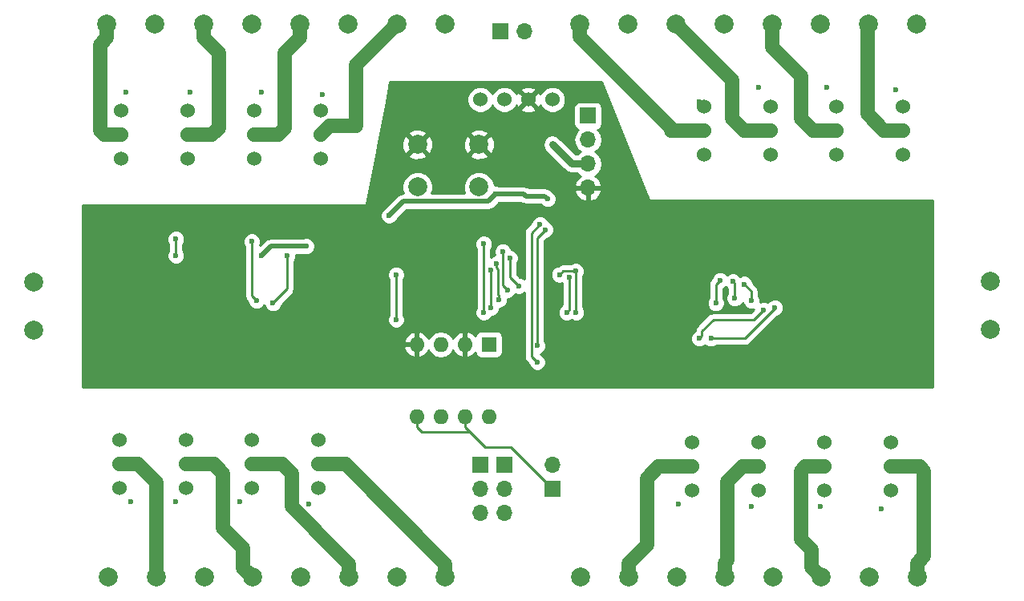
<source format=gbr>
G04 #@! TF.FileFunction,Copper,L4,Bot,Mixed*
%FSLAX46Y46*%
G04 Gerber Fmt 4.6, Leading zero omitted, Abs format (unit mm)*
G04 Created by KiCad (PCBNEW 4.0.2+dfsg1-stable) date Tue 14 Aug 2018 11:21:20 PM MDT*
%MOMM*%
G01*
G04 APERTURE LIST*
%ADD10C,0.100000*%
%ADD11R,1.700000X1.700000*%
%ADD12O,1.700000X1.700000*%
%ADD13C,2.000000*%
%ADD14R,1.600000X1.600000*%
%ADD15O,1.600000X1.600000*%
%ADD16C,1.524000*%
%ADD17C,0.600000*%
%ADD18C,0.750000*%
%ADD19C,0.250000*%
%ADD20C,0.500000*%
%ADD21C,1.500000*%
%ADD22C,0.254000*%
G04 APERTURE END LIST*
D10*
D11*
X126720000Y-123870000D03*
D12*
X126720000Y-126410000D03*
X126720000Y-128950000D03*
D11*
X124180000Y-123870000D03*
D12*
X124180000Y-126410000D03*
X124180000Y-128950000D03*
D11*
X131800000Y-126410000D03*
D12*
X131800000Y-123870000D03*
D13*
X84720000Y-77300000D03*
X89800000Y-77300000D03*
X94920000Y-77300000D03*
X100000000Y-77300000D03*
X105120000Y-77300000D03*
X110200000Y-77300000D03*
X115320000Y-77300000D03*
X120400000Y-77300000D03*
X89960000Y-135720000D03*
X84880000Y-135720000D03*
X100120000Y-135720000D03*
X95040000Y-135720000D03*
X110280000Y-135720000D03*
X105200000Y-135720000D03*
X120440000Y-135720000D03*
X115360000Y-135720000D03*
X134630000Y-77240000D03*
X139710000Y-77240000D03*
X144790000Y-77240000D03*
X149870000Y-77240000D03*
X154950000Y-77240000D03*
X160030000Y-77240000D03*
X165110000Y-77240000D03*
X170190000Y-77240000D03*
X139780000Y-135680000D03*
X134700000Y-135680000D03*
X149940000Y-135680000D03*
X144860000Y-135680000D03*
X160100000Y-135680000D03*
X155020000Y-135680000D03*
X170260000Y-135680000D03*
X165180000Y-135680000D03*
D11*
X126250000Y-78000000D03*
D12*
X128790000Y-78000000D03*
D13*
X117500000Y-94500000D03*
X117500000Y-90000000D03*
X124000000Y-94500000D03*
X124000000Y-90000000D03*
D14*
X125040000Y-111130000D03*
D15*
X117420000Y-118750000D03*
X122500000Y-111130000D03*
X119960000Y-118750000D03*
X119960000Y-111130000D03*
X122500000Y-118750000D03*
X117420000Y-111130000D03*
X125040000Y-118750000D03*
D16*
X124130000Y-85250000D03*
X126670000Y-85250000D03*
X129210000Y-85250000D03*
X131750000Y-85250000D03*
D11*
X135500000Y-86960000D03*
D12*
X135500000Y-89500000D03*
X135500000Y-92040000D03*
X135500000Y-94580000D03*
D16*
X86250000Y-86420000D03*
X86250000Y-88960000D03*
X86250000Y-91500000D03*
X93250000Y-86420000D03*
X93250000Y-88960000D03*
X93250000Y-91500000D03*
X100250000Y-86420000D03*
X100250000Y-88960000D03*
X100250000Y-91500000D03*
X107250000Y-86420000D03*
X107250000Y-88960000D03*
X107250000Y-91500000D03*
X86050000Y-126300000D03*
X86050000Y-123760000D03*
X86050000Y-121220000D03*
X93050000Y-126300000D03*
X93050000Y-123760000D03*
X93050000Y-121220000D03*
X100050000Y-126300000D03*
X100050000Y-123760000D03*
X100050000Y-121220000D03*
X107050000Y-126300000D03*
X107050000Y-123760000D03*
X107050000Y-121220000D03*
X147750000Y-85960000D03*
X147750000Y-88500000D03*
X147750000Y-91040000D03*
X154750000Y-85960000D03*
X154750000Y-88500000D03*
X154750000Y-91040000D03*
X161750000Y-85960000D03*
X161750000Y-88500000D03*
X161750000Y-91040000D03*
X168750000Y-85960000D03*
X168750000Y-88500000D03*
X168750000Y-91040000D03*
X146500000Y-126580000D03*
X146500000Y-124040000D03*
X146500000Y-121500000D03*
X153500000Y-126580000D03*
X153500000Y-124040000D03*
X153500000Y-121500000D03*
X160500000Y-126580000D03*
X160500000Y-124040000D03*
X160500000Y-121500000D03*
X167500000Y-126580000D03*
X167500000Y-124040000D03*
X167500000Y-121500000D03*
D13*
X77000000Y-109580000D03*
X77000000Y-104500000D03*
X178000000Y-104460000D03*
X178000000Y-109540000D03*
D17*
X131750000Y-90000000D03*
X133550000Y-104000000D03*
X133250000Y-107750000D03*
X131250000Y-95750000D03*
X125750000Y-95250000D03*
X114500000Y-97500000D03*
X105750000Y-100750000D03*
X101000000Y-101750000D03*
X156000000Y-109000000D03*
X125750000Y-100000000D03*
X124750000Y-97750000D03*
X90250000Y-115250000D03*
X96750000Y-115250000D03*
X103750000Y-115250000D03*
X110500000Y-115250000D03*
X110000000Y-109000000D03*
X144000000Y-115000000D03*
X150500000Y-115250000D03*
X157750000Y-115250000D03*
X164750000Y-115250000D03*
X165000000Y-97250000D03*
X157750000Y-97250000D03*
X151250000Y-97250000D03*
X144250000Y-97250000D03*
X136000000Y-99750000D03*
X120000000Y-102500000D03*
X110250000Y-97500000D03*
X103250000Y-97500000D03*
X96000000Y-97500000D03*
X89250000Y-97500000D03*
X147250000Y-85460000D03*
X153500000Y-84000000D03*
X160750000Y-84000000D03*
X168000000Y-84250000D03*
X166500000Y-128500000D03*
X160000000Y-128250000D03*
X152750000Y-128250000D03*
X145080000Y-128000000D03*
X106000000Y-128000000D03*
X98750000Y-127750000D03*
X92000000Y-127750000D03*
X87250000Y-127750000D03*
X107500000Y-84750000D03*
X101000000Y-84500000D03*
X93500000Y-84500000D03*
X86750000Y-84500000D03*
X132500000Y-103750000D03*
X134217050Y-103374990D03*
X134250000Y-107750000D03*
X124500000Y-107750000D03*
X124500000Y-100500000D03*
X126500000Y-101300010D03*
X126997187Y-105374990D03*
X152000000Y-104750000D03*
X152750000Y-106500000D03*
X128164357Y-104924979D03*
X127250000Y-102000000D03*
X126106218Y-106374990D03*
X150823563Y-104474968D03*
X151000000Y-106250000D03*
X125874990Y-102600010D03*
X149000000Y-106750000D03*
X149468648Y-104349967D03*
X125250000Y-107275032D03*
X125250000Y-103250010D03*
X154000000Y-107500000D03*
X147250000Y-110500000D03*
X155250000Y-107250000D03*
X148500000Y-110500000D03*
X115250000Y-108500000D03*
X115250000Y-103750000D03*
X92000000Y-100000000D03*
X92000000Y-101750000D03*
X100000000Y-100250000D03*
X100500000Y-106500000D03*
X103750000Y-101750000D03*
X102250000Y-106750000D03*
X130149998Y-111250000D03*
X131000000Y-99000000D03*
X130149962Y-113000000D03*
X130434306Y-98434306D03*
D18*
X135500000Y-92040000D02*
X133790000Y-92040000D01*
X133790000Y-92040000D02*
X131750000Y-90000000D01*
D19*
X133250000Y-107750000D02*
X133550000Y-107450000D01*
X133550000Y-107450000D02*
X133550000Y-104000000D01*
D20*
X128950001Y-95450001D02*
X128750000Y-95250000D01*
X128750000Y-95250000D02*
X125750000Y-95250000D01*
X131250000Y-95750000D02*
X130950001Y-95450001D01*
X130950001Y-95450001D02*
X128950001Y-95450001D01*
X116000000Y-96000000D02*
X125000000Y-96000000D01*
X125000000Y-96000000D02*
X125750000Y-95250000D01*
X114500000Y-97500000D02*
X116000000Y-96000000D01*
X101000000Y-101750000D02*
X102000000Y-100750000D01*
X102000000Y-100750000D02*
X105750000Y-100750000D01*
D19*
X144000000Y-115000000D02*
X144500000Y-115000000D01*
X96000000Y-97500000D02*
X96250000Y-97500000D01*
D21*
X84720000Y-77300000D02*
X84720000Y-78714213D01*
X84720000Y-78714213D02*
X84000000Y-79434213D01*
X84000000Y-79434213D02*
X84000000Y-88500000D01*
X84000000Y-88500000D02*
X84460000Y-88960000D01*
X84460000Y-88960000D02*
X86250000Y-88960000D01*
X96500000Y-88250000D02*
X95790000Y-88960000D01*
X95790000Y-88960000D02*
X93250000Y-88960000D01*
X96500000Y-80294213D02*
X96500000Y-88250000D01*
X94920000Y-77300000D02*
X94920000Y-78714213D01*
X94920000Y-78714213D02*
X96500000Y-80294213D01*
X103500000Y-88250000D02*
X102790000Y-88960000D01*
X102790000Y-88960000D02*
X100250000Y-88960000D01*
X103500000Y-80334213D02*
X103500000Y-88250000D01*
X105120000Y-77300000D02*
X105120000Y-78714213D01*
X105120000Y-78714213D02*
X103500000Y-80334213D01*
X111000000Y-88000000D02*
X108210000Y-88000000D01*
X108210000Y-88000000D02*
X107250000Y-88960000D01*
X111000000Y-81620000D02*
X111000000Y-88000000D01*
X115320000Y-77300000D02*
X111000000Y-81620000D01*
X147750000Y-88500000D02*
X144250000Y-88500000D01*
X144250000Y-88500000D02*
X144250000Y-88274213D01*
X144250000Y-88274213D02*
X134630000Y-78654213D01*
X134630000Y-78654213D02*
X134630000Y-77240000D01*
X144790000Y-77240000D02*
X150750000Y-83200000D01*
X150750000Y-83200000D02*
X150750000Y-87250000D01*
X152000000Y-88500000D02*
X154750000Y-88500000D01*
X150750000Y-87250000D02*
X152000000Y-88500000D01*
X158000000Y-87250000D02*
X159250000Y-88500000D01*
X159250000Y-88500000D02*
X161750000Y-88500000D01*
X158000000Y-82750000D02*
X158000000Y-87250000D01*
X154950000Y-79700000D02*
X158000000Y-82750000D01*
X154950000Y-77240000D02*
X154950000Y-79700000D01*
X165110000Y-77240000D02*
X165000000Y-77350000D01*
X165000000Y-77350000D02*
X165000000Y-86750000D01*
X166750000Y-88500000D02*
X168750000Y-88500000D01*
X165000000Y-86750000D02*
X166750000Y-88500000D01*
D19*
X132500000Y-103750000D02*
X132875010Y-103374990D01*
X132875010Y-103374990D02*
X134217050Y-103374990D01*
X134250000Y-103407940D02*
X134217050Y-103374990D01*
X134250000Y-107750000D02*
X134250000Y-103407940D01*
X124500000Y-100500000D02*
X124500000Y-107750000D01*
X126500000Y-104877803D02*
X126500000Y-101724274D01*
X126997187Y-105374990D02*
X126500000Y-104877803D01*
X126500000Y-101724274D02*
X126500000Y-101300010D01*
X152750000Y-106500000D02*
X152750000Y-105500000D01*
X152750000Y-105500000D02*
X152000000Y-104750000D01*
X127250000Y-104010622D02*
X127864358Y-104624980D01*
X127864358Y-104624980D02*
X128164357Y-104924979D01*
X127250000Y-102000000D02*
X127250000Y-104010622D01*
X126106218Y-105950726D02*
X126106218Y-106374990D01*
X125998348Y-105842856D02*
X126106218Y-105950726D01*
X125874990Y-102600010D02*
X125874990Y-103024274D01*
X125998348Y-103147632D02*
X125998348Y-105842856D01*
X125874990Y-103024274D02*
X125998348Y-103147632D01*
X151000000Y-104651405D02*
X150823563Y-104474968D01*
X151000000Y-106250000D02*
X151000000Y-104651405D01*
X151000000Y-104684526D02*
X151000000Y-106250000D01*
X149000000Y-106325736D02*
X149000000Y-106750000D01*
X149000000Y-104818615D02*
X149000000Y-106325736D01*
X149468648Y-104349967D02*
X149000000Y-104818615D01*
X125250000Y-103250010D02*
X125250000Y-107275032D01*
X148750000Y-108500000D02*
X153000000Y-108500000D01*
X153000000Y-108500000D02*
X154000000Y-107500000D01*
X147549999Y-109700001D02*
X148750000Y-108500000D01*
X147250000Y-110500000D02*
X147549999Y-110200001D01*
X147549999Y-110200001D02*
X147549999Y-109700001D01*
X148500000Y-110500000D02*
X152050012Y-110500000D01*
X152050012Y-110500000D02*
X155250000Y-107300012D01*
X155250000Y-107300012D02*
X155250000Y-107250000D01*
X115250000Y-103750000D02*
X115250000Y-108500000D01*
X122500000Y-119881370D02*
X123000000Y-120381370D01*
X122500000Y-118750000D02*
X122500000Y-119881370D01*
X123000000Y-120381370D02*
X124618630Y-122000000D01*
X127360002Y-122000000D02*
X131770002Y-126410000D01*
X124618630Y-122000000D02*
X127360002Y-122000000D01*
X117420000Y-118750000D02*
X117420000Y-119881370D01*
X117920000Y-120381370D02*
X123000000Y-120381370D01*
X117420000Y-119881370D02*
X117920000Y-120381370D01*
D20*
X131770002Y-126410000D02*
X131800000Y-126410000D01*
D21*
X89960000Y-125710000D02*
X88010000Y-123760000D01*
X88010000Y-123760000D02*
X86050000Y-123760000D01*
X89960000Y-135720000D02*
X89960000Y-125710000D01*
X97000000Y-124750000D02*
X96010000Y-123760000D01*
X96010000Y-123760000D02*
X93050000Y-123760000D01*
X97000000Y-130500000D02*
X97000000Y-124750000D01*
X99120001Y-132620001D02*
X97000000Y-130500000D01*
X100120000Y-135720000D02*
X99120001Y-134720001D01*
X99120001Y-134720001D02*
X99120001Y-132620001D01*
X104250000Y-124750000D02*
X103260000Y-123760000D01*
X103260000Y-123760000D02*
X100050000Y-123760000D01*
X104250000Y-128250000D02*
X104250000Y-124750000D01*
X106724213Y-130724213D02*
X104250000Y-128250000D01*
X106724213Y-130750000D02*
X106724213Y-130724213D01*
X110280000Y-135720000D02*
X110280000Y-134305787D01*
X110280000Y-134305787D02*
X106724213Y-130750000D01*
X120440000Y-135720000D02*
X120440000Y-134305787D01*
X120440000Y-134305787D02*
X109894213Y-123760000D01*
X109894213Y-123760000D02*
X107050000Y-123760000D01*
X141750000Y-125250000D02*
X142960000Y-124040000D01*
X142960000Y-124040000D02*
X146500000Y-124040000D01*
X141750000Y-132295787D02*
X141750000Y-125250000D01*
X139780000Y-135680000D02*
X139780000Y-134265787D01*
X139780000Y-134265787D02*
X141750000Y-132295787D01*
X149940000Y-135680000D02*
X149940000Y-134265787D01*
X149940000Y-134265787D02*
X150250000Y-133955787D01*
X151790000Y-124040000D02*
X153500000Y-124040000D01*
X150250000Y-133955787D02*
X150250000Y-125580000D01*
X150250000Y-125580000D02*
X151790000Y-124040000D01*
X158000000Y-124500000D02*
X158460000Y-124040000D01*
X158460000Y-124040000D02*
X160500000Y-124040000D01*
X158000000Y-131750000D02*
X158000000Y-124500000D01*
X159100001Y-132850001D02*
X158000000Y-131750000D01*
X160100000Y-135680000D02*
X159100001Y-134680001D01*
X159100001Y-134680001D02*
X159100001Y-132850001D01*
X170260000Y-135680000D02*
X170260000Y-134265787D01*
X170260000Y-134265787D02*
X171000000Y-133525787D01*
X171000000Y-133525787D02*
X171000000Y-124500000D01*
X171000000Y-124500000D02*
X170540000Y-124040000D01*
X170540000Y-124040000D02*
X167500000Y-124040000D01*
D19*
X92000000Y-101750000D02*
X92000000Y-100000000D01*
X100500000Y-106500000D02*
X100000000Y-106000000D01*
X100000000Y-106000000D02*
X100000000Y-100250000D01*
X103750000Y-102174264D02*
X103750000Y-101750000D01*
X103750000Y-105250000D02*
X103750000Y-102174264D01*
X102250000Y-106750000D02*
X103750000Y-105250000D01*
X130149998Y-99850002D02*
X130149998Y-111250000D01*
X131000000Y-99000000D02*
X130149998Y-99850002D01*
X129849963Y-112700001D02*
X130149962Y-113000000D01*
X129524996Y-99343616D02*
X129524996Y-112375034D01*
X130434306Y-98434306D02*
X129524996Y-99343616D01*
X129524996Y-112375034D02*
X129849963Y-112700001D01*
D22*
G36*
X141882083Y-95797167D02*
X141909724Y-95839327D01*
X141951590Y-95867411D01*
X142000000Y-95877000D01*
X171873000Y-95877000D01*
X171873000Y-115623000D01*
X82127000Y-115623000D01*
X82127000Y-111479041D01*
X116028086Y-111479041D01*
X116267611Y-111985134D01*
X116682577Y-112361041D01*
X117070961Y-112521904D01*
X117293000Y-112399915D01*
X117293000Y-111257000D01*
X116149371Y-111257000D01*
X116028086Y-111479041D01*
X82127000Y-111479041D01*
X82127000Y-110780959D01*
X116028086Y-110780959D01*
X116149371Y-111003000D01*
X117293000Y-111003000D01*
X117293000Y-109860085D01*
X117547000Y-109860085D01*
X117547000Y-111003000D01*
X117567000Y-111003000D01*
X117567000Y-111257000D01*
X117547000Y-111257000D01*
X117547000Y-112399915D01*
X117769039Y-112521904D01*
X118157423Y-112361041D01*
X118572389Y-111985134D01*
X118675014Y-111768297D01*
X118945302Y-112172811D01*
X119410849Y-112483880D01*
X119960000Y-112593113D01*
X120509151Y-112483880D01*
X120974698Y-112172811D01*
X121244986Y-111768297D01*
X121347611Y-111985134D01*
X121762577Y-112361041D01*
X122150961Y-112521904D01*
X122373000Y-112399915D01*
X122373000Y-111257000D01*
X122353000Y-111257000D01*
X122353000Y-111003000D01*
X122373000Y-111003000D01*
X122373000Y-109860085D01*
X122627000Y-109860085D01*
X122627000Y-111003000D01*
X122647000Y-111003000D01*
X122647000Y-111257000D01*
X122627000Y-111257000D01*
X122627000Y-112399915D01*
X122849039Y-112521904D01*
X123237423Y-112361041D01*
X123610136Y-112023410D01*
X123636838Y-112165317D01*
X123775910Y-112381441D01*
X123988110Y-112526431D01*
X124240000Y-112577440D01*
X125840000Y-112577440D01*
X126075317Y-112533162D01*
X126291441Y-112394090D01*
X126436431Y-112181890D01*
X126487440Y-111930000D01*
X126487440Y-110330000D01*
X126443162Y-110094683D01*
X126304090Y-109878559D01*
X126091890Y-109733569D01*
X125840000Y-109682560D01*
X124240000Y-109682560D01*
X124004683Y-109726838D01*
X123788559Y-109865910D01*
X123643569Y-110078110D01*
X123611268Y-110237616D01*
X123237423Y-109898959D01*
X122849039Y-109738096D01*
X122627000Y-109860085D01*
X122373000Y-109860085D01*
X122150961Y-109738096D01*
X121762577Y-109898959D01*
X121347611Y-110274866D01*
X121244986Y-110491703D01*
X120974698Y-110087189D01*
X120509151Y-109776120D01*
X119960000Y-109666887D01*
X119410849Y-109776120D01*
X118945302Y-110087189D01*
X118675014Y-110491703D01*
X118572389Y-110274866D01*
X118157423Y-109898959D01*
X117769039Y-109738096D01*
X117547000Y-109860085D01*
X117293000Y-109860085D01*
X117070961Y-109738096D01*
X116682577Y-109898959D01*
X116267611Y-110274866D01*
X116028086Y-110780959D01*
X82127000Y-110780959D01*
X82127000Y-100185167D01*
X91064838Y-100185167D01*
X91206883Y-100528943D01*
X91240000Y-100562118D01*
X91240000Y-101187537D01*
X91207808Y-101219673D01*
X91065162Y-101563201D01*
X91064838Y-101935167D01*
X91206883Y-102278943D01*
X91469673Y-102542192D01*
X91813201Y-102684838D01*
X92185167Y-102685162D01*
X92528943Y-102543117D01*
X92792192Y-102280327D01*
X92934838Y-101936799D01*
X92935162Y-101564833D01*
X92793117Y-101221057D01*
X92760000Y-101187882D01*
X92760000Y-100562463D01*
X92792192Y-100530327D01*
X92831706Y-100435167D01*
X99064838Y-100435167D01*
X99206883Y-100778943D01*
X99240000Y-100812118D01*
X99240000Y-106000000D01*
X99297852Y-106290839D01*
X99462599Y-106537401D01*
X99564878Y-106639680D01*
X99564838Y-106685167D01*
X99706883Y-107028943D01*
X99969673Y-107292192D01*
X100313201Y-107434838D01*
X100685167Y-107435162D01*
X101028943Y-107293117D01*
X101292192Y-107030327D01*
X101323251Y-106955529D01*
X101456883Y-107278943D01*
X101719673Y-107542192D01*
X102063201Y-107684838D01*
X102435167Y-107685162D01*
X102778943Y-107543117D01*
X103042192Y-107280327D01*
X103184838Y-106936799D01*
X103184879Y-106889923D01*
X104287401Y-105787401D01*
X104452148Y-105540840D01*
X104510000Y-105250000D01*
X104510000Y-103935167D01*
X114314838Y-103935167D01*
X114456883Y-104278943D01*
X114490000Y-104312118D01*
X114490000Y-107937537D01*
X114457808Y-107969673D01*
X114315162Y-108313201D01*
X114314838Y-108685167D01*
X114456883Y-109028943D01*
X114719673Y-109292192D01*
X115063201Y-109434838D01*
X115435167Y-109435162D01*
X115778943Y-109293117D01*
X116042192Y-109030327D01*
X116184838Y-108686799D01*
X116185162Y-108314833D01*
X116043117Y-107971057D01*
X116010000Y-107937882D01*
X116010000Y-104312463D01*
X116042192Y-104280327D01*
X116184838Y-103936799D01*
X116185162Y-103564833D01*
X116043117Y-103221057D01*
X115780327Y-102957808D01*
X115436799Y-102815162D01*
X115064833Y-102814838D01*
X114721057Y-102956883D01*
X114457808Y-103219673D01*
X114315162Y-103563201D01*
X114314838Y-103935167D01*
X104510000Y-103935167D01*
X104510000Y-102312463D01*
X104542192Y-102280327D01*
X104684838Y-101936799D01*
X104685101Y-101635000D01*
X105443178Y-101635000D01*
X105563201Y-101684838D01*
X105935167Y-101685162D01*
X106278943Y-101543117D01*
X106542192Y-101280327D01*
X106684838Y-100936799D01*
X106685057Y-100685167D01*
X123564838Y-100685167D01*
X123706883Y-101028943D01*
X123740000Y-101062118D01*
X123740000Y-107187537D01*
X123707808Y-107219673D01*
X123565162Y-107563201D01*
X123564838Y-107935167D01*
X123706883Y-108278943D01*
X123969673Y-108542192D01*
X124313201Y-108684838D01*
X124685167Y-108685162D01*
X125028943Y-108543117D01*
X125292192Y-108280327D01*
X125321355Y-108210095D01*
X125435167Y-108210194D01*
X125778943Y-108068149D01*
X126042192Y-107805359D01*
X126184838Y-107461831D01*
X126184970Y-107310059D01*
X126291385Y-107310152D01*
X126635161Y-107168107D01*
X126898410Y-106905317D01*
X127041056Y-106561789D01*
X127041275Y-106310029D01*
X127182354Y-106310152D01*
X127526130Y-106168107D01*
X127789379Y-105905317D01*
X127833168Y-105799861D01*
X127977558Y-105859817D01*
X128349524Y-105860141D01*
X128693300Y-105718096D01*
X128764996Y-105646525D01*
X128764996Y-112375034D01*
X128822848Y-112665873D01*
X128987595Y-112912435D01*
X129214840Y-113139680D01*
X129214800Y-113185167D01*
X129356845Y-113528943D01*
X129619635Y-113792192D01*
X129963163Y-113934838D01*
X130335129Y-113935162D01*
X130678905Y-113793117D01*
X130942154Y-113530327D01*
X131084800Y-113186799D01*
X131085124Y-112814833D01*
X130943079Y-112471057D01*
X130680289Y-112207808D01*
X130480817Y-112124980D01*
X130678941Y-112043117D01*
X130942190Y-111780327D01*
X131084836Y-111436799D01*
X131085160Y-111064833D01*
X130943115Y-110721057D01*
X130909998Y-110687882D01*
X130909998Y-110685167D01*
X146314838Y-110685167D01*
X146456883Y-111028943D01*
X146719673Y-111292192D01*
X147063201Y-111434838D01*
X147435167Y-111435162D01*
X147778943Y-111293117D01*
X147874937Y-111197290D01*
X147969673Y-111292192D01*
X148313201Y-111434838D01*
X148685167Y-111435162D01*
X149028943Y-111293117D01*
X149062118Y-111260000D01*
X152050012Y-111260000D01*
X152340851Y-111202148D01*
X152587413Y-111037401D01*
X155442810Y-108182004D01*
X155778943Y-108043117D01*
X156042192Y-107780327D01*
X156184838Y-107436799D01*
X156185162Y-107064833D01*
X156043117Y-106721057D01*
X155780327Y-106457808D01*
X155436799Y-106315162D01*
X155064833Y-106314838D01*
X154721057Y-106456883D01*
X154487506Y-106690027D01*
X154186799Y-106565162D01*
X153814833Y-106564838D01*
X153684897Y-106618526D01*
X153685162Y-106314833D01*
X153543117Y-105971057D01*
X153510000Y-105937882D01*
X153510000Y-105500000D01*
X153463685Y-105267160D01*
X153452148Y-105209160D01*
X153287401Y-104962599D01*
X152935122Y-104610320D01*
X152935162Y-104564833D01*
X152793117Y-104221057D01*
X152530327Y-103957808D01*
X152186799Y-103815162D01*
X151814833Y-103814838D01*
X151581829Y-103911113D01*
X151353890Y-103682776D01*
X151010362Y-103540130D01*
X150638396Y-103539806D01*
X150294620Y-103681851D01*
X150208577Y-103767744D01*
X149998975Y-103557775D01*
X149655447Y-103415129D01*
X149283481Y-103414805D01*
X148939705Y-103556850D01*
X148676456Y-103819640D01*
X148533810Y-104163168D01*
X148533769Y-104210044D01*
X148462599Y-104281214D01*
X148297852Y-104527776D01*
X148240000Y-104818615D01*
X148240000Y-106187537D01*
X148207808Y-106219673D01*
X148065162Y-106563201D01*
X148064838Y-106935167D01*
X148206883Y-107278943D01*
X148469673Y-107542192D01*
X148813201Y-107684838D01*
X149185167Y-107685162D01*
X149528943Y-107543117D01*
X149792192Y-107280327D01*
X149934838Y-106936799D01*
X149935162Y-106564833D01*
X149793117Y-106221057D01*
X149760000Y-106187882D01*
X149760000Y-105241254D01*
X149997591Y-105143084D01*
X150083634Y-105057191D01*
X150240000Y-105213831D01*
X150240000Y-105687537D01*
X150207808Y-105719673D01*
X150065162Y-106063201D01*
X150064838Y-106435167D01*
X150206883Y-106778943D01*
X150469673Y-107042192D01*
X150813201Y-107184838D01*
X151185167Y-107185162D01*
X151528943Y-107043117D01*
X151792192Y-106780327D01*
X151823251Y-106705529D01*
X151956883Y-107028943D01*
X152219673Y-107292192D01*
X152563201Y-107434838D01*
X152935167Y-107435162D01*
X153028671Y-107396527D01*
X152685198Y-107740000D01*
X148750000Y-107740000D01*
X148459161Y-107797852D01*
X148212599Y-107962599D01*
X147012598Y-109162600D01*
X146847851Y-109409162D01*
X146794681Y-109676462D01*
X146721057Y-109706883D01*
X146457808Y-109969673D01*
X146315162Y-110313201D01*
X146314838Y-110685167D01*
X130909998Y-110685167D01*
X130909998Y-103935167D01*
X131564838Y-103935167D01*
X131706883Y-104278943D01*
X131969673Y-104542192D01*
X132313201Y-104684838D01*
X132685167Y-104685162D01*
X132790000Y-104641846D01*
X132790000Y-106928396D01*
X132721057Y-106956883D01*
X132457808Y-107219673D01*
X132315162Y-107563201D01*
X132314838Y-107935167D01*
X132456883Y-108278943D01*
X132719673Y-108542192D01*
X133063201Y-108684838D01*
X133435167Y-108685162D01*
X133750351Y-108554931D01*
X134063201Y-108684838D01*
X134435167Y-108685162D01*
X134778943Y-108543117D01*
X135042192Y-108280327D01*
X135184838Y-107936799D01*
X135185162Y-107564833D01*
X135043117Y-107221057D01*
X135010000Y-107187882D01*
X135010000Y-103903492D01*
X135151888Y-103561789D01*
X135152212Y-103189823D01*
X135010167Y-102846047D01*
X134747377Y-102582798D01*
X134403849Y-102440152D01*
X134031883Y-102439828D01*
X133688107Y-102581873D01*
X133654932Y-102614990D01*
X132875010Y-102614990D01*
X132584170Y-102672842D01*
X132371584Y-102814887D01*
X132314833Y-102814838D01*
X131971057Y-102956883D01*
X131707808Y-103219673D01*
X131565162Y-103563201D01*
X131564838Y-103935167D01*
X130909998Y-103935167D01*
X130909998Y-100164804D01*
X131139680Y-99935122D01*
X131185167Y-99935162D01*
X131528943Y-99793117D01*
X131792192Y-99530327D01*
X131934838Y-99186799D01*
X131935162Y-98814833D01*
X131793117Y-98471057D01*
X131530327Y-98207808D01*
X131315539Y-98118620D01*
X131227423Y-97905363D01*
X130964633Y-97642114D01*
X130621105Y-97499468D01*
X130249139Y-97499144D01*
X129905363Y-97641189D01*
X129642114Y-97903979D01*
X129499468Y-98247507D01*
X129499427Y-98294383D01*
X128987595Y-98806215D01*
X128822848Y-99052777D01*
X128764996Y-99343616D01*
X128764996Y-104203222D01*
X128694684Y-104132787D01*
X128351156Y-103990141D01*
X128304280Y-103990100D01*
X128010000Y-103695820D01*
X128010000Y-102562463D01*
X128042192Y-102530327D01*
X128184838Y-102186799D01*
X128185162Y-101814833D01*
X128043117Y-101471057D01*
X127780327Y-101207808D01*
X127436799Y-101065162D01*
X127414626Y-101065143D01*
X127293117Y-100771067D01*
X127030327Y-100507818D01*
X126686799Y-100365172D01*
X126314833Y-100364848D01*
X125971057Y-100506893D01*
X125707808Y-100769683D01*
X125565162Y-101113211D01*
X125564838Y-101485177D01*
X125646477Y-101682758D01*
X125346047Y-101806893D01*
X125260000Y-101892790D01*
X125260000Y-101062463D01*
X125292192Y-101030327D01*
X125434838Y-100686799D01*
X125435162Y-100314833D01*
X125293117Y-99971057D01*
X125030327Y-99707808D01*
X124686799Y-99565162D01*
X124314833Y-99564838D01*
X123971057Y-99706883D01*
X123707808Y-99969673D01*
X123565162Y-100313201D01*
X123564838Y-100685167D01*
X106685057Y-100685167D01*
X106685162Y-100564833D01*
X106543117Y-100221057D01*
X106280327Y-99957808D01*
X105936799Y-99815162D01*
X105564833Y-99814838D01*
X105443431Y-99865000D01*
X102000005Y-99865000D01*
X102000000Y-99864999D01*
X101661326Y-99932366D01*
X101616079Y-99962599D01*
X101374210Y-100124210D01*
X101374208Y-100124213D01*
X100844809Y-100653611D01*
X100934838Y-100436799D01*
X100935162Y-100064833D01*
X100793117Y-99721057D01*
X100530327Y-99457808D01*
X100186799Y-99315162D01*
X99814833Y-99314838D01*
X99471057Y-99456883D01*
X99207808Y-99719673D01*
X99065162Y-100063201D01*
X99064838Y-100435167D01*
X92831706Y-100435167D01*
X92934838Y-100186799D01*
X92935162Y-99814833D01*
X92793117Y-99471057D01*
X92530327Y-99207808D01*
X92186799Y-99065162D01*
X91814833Y-99064838D01*
X91471057Y-99206883D01*
X91207808Y-99469673D01*
X91065162Y-99813201D01*
X91064838Y-100185167D01*
X82127000Y-100185167D01*
X82127000Y-97685167D01*
X113564838Y-97685167D01*
X113706883Y-98028943D01*
X113969673Y-98292192D01*
X114313201Y-98434838D01*
X114685167Y-98435162D01*
X115028943Y-98293117D01*
X115292192Y-98030327D01*
X115342566Y-97909014D01*
X116366579Y-96885000D01*
X124999995Y-96885000D01*
X125000000Y-96885001D01*
X125282484Y-96828810D01*
X125338675Y-96817633D01*
X125625790Y-96625790D01*
X126116579Y-96135000D01*
X128412824Y-96135000D01*
X128611326Y-96267634D01*
X128950001Y-96335002D01*
X128950006Y-96335001D01*
X130512843Y-96335001D01*
X130719673Y-96542192D01*
X131063201Y-96684838D01*
X131435167Y-96685162D01*
X131778943Y-96543117D01*
X132042192Y-96280327D01*
X132184838Y-95936799D01*
X132185162Y-95564833D01*
X132043117Y-95221057D01*
X131780327Y-94957808D01*
X131729952Y-94936890D01*
X134058524Y-94936890D01*
X134228355Y-95346924D01*
X134618642Y-95775183D01*
X135143108Y-96021486D01*
X135373000Y-95900819D01*
X135373000Y-94707000D01*
X135627000Y-94707000D01*
X135627000Y-95900819D01*
X135856892Y-96021486D01*
X136381358Y-95775183D01*
X136771645Y-95346924D01*
X136941476Y-94936890D01*
X136820155Y-94707000D01*
X135627000Y-94707000D01*
X135373000Y-94707000D01*
X134179845Y-94707000D01*
X134058524Y-94936890D01*
X131729952Y-94936890D01*
X131659014Y-94907434D01*
X131575791Y-94824211D01*
X131421409Y-94721057D01*
X131288676Y-94632368D01*
X131232485Y-94621191D01*
X130950001Y-94565000D01*
X130949996Y-94565001D01*
X129287177Y-94565001D01*
X129126750Y-94457808D01*
X129088675Y-94432367D01*
X129032484Y-94421190D01*
X128750000Y-94364999D01*
X128749995Y-94365000D01*
X126056822Y-94365000D01*
X125936799Y-94315162D01*
X125635163Y-94314899D01*
X125635284Y-94176205D01*
X125386894Y-93575057D01*
X124927363Y-93114722D01*
X124326648Y-92865284D01*
X123676205Y-92864716D01*
X123075057Y-93113106D01*
X122614722Y-93572637D01*
X122365284Y-94173352D01*
X122364716Y-94823795D01*
X122485040Y-95115000D01*
X119014982Y-95115000D01*
X119134716Y-94826648D01*
X119135284Y-94176205D01*
X118886894Y-93575057D01*
X118427363Y-93114722D01*
X117826648Y-92865284D01*
X117176205Y-92864716D01*
X116575057Y-93113106D01*
X116114722Y-93572637D01*
X115865284Y-94173352D01*
X115864716Y-94823795D01*
X115986176Y-95117750D01*
X115661325Y-95182367D01*
X115374210Y-95374210D01*
X115374208Y-95374213D01*
X114091164Y-96657256D01*
X113971057Y-96706883D01*
X113707808Y-96969673D01*
X113565162Y-97313201D01*
X113564838Y-97685167D01*
X82127000Y-97685167D01*
X82127000Y-96377000D01*
X112000000Y-96377000D01*
X112049410Y-96366994D01*
X112091035Y-96338553D01*
X112124715Y-96273984D01*
X113109609Y-91152532D01*
X116527073Y-91152532D01*
X116625736Y-91419387D01*
X117235461Y-91645908D01*
X117885460Y-91621856D01*
X118374264Y-91419387D01*
X118472927Y-91152532D01*
X123027073Y-91152532D01*
X123125736Y-91419387D01*
X123735461Y-91645908D01*
X124385460Y-91621856D01*
X124874264Y-91419387D01*
X124972927Y-91152532D01*
X124000000Y-90179605D01*
X123027073Y-91152532D01*
X118472927Y-91152532D01*
X117500000Y-90179605D01*
X116527073Y-91152532D01*
X113109609Y-91152532D01*
X113382123Y-89735461D01*
X115854092Y-89735461D01*
X115878144Y-90385460D01*
X116080613Y-90874264D01*
X116347468Y-90972927D01*
X117320395Y-90000000D01*
X117679605Y-90000000D01*
X118652532Y-90972927D01*
X118919387Y-90874264D01*
X119145908Y-90264539D01*
X119126331Y-89735461D01*
X122354092Y-89735461D01*
X122378144Y-90385460D01*
X122580613Y-90874264D01*
X122847468Y-90972927D01*
X123820395Y-90000000D01*
X124179605Y-90000000D01*
X125152532Y-90972927D01*
X125419387Y-90874264D01*
X125645908Y-90264539D01*
X125636120Y-90000000D01*
X130740000Y-90000000D01*
X130816882Y-90386510D01*
X131035822Y-90714178D01*
X133075822Y-92754178D01*
X133403490Y-92973118D01*
X133790000Y-93050000D01*
X134394090Y-93050000D01*
X134420853Y-93090054D01*
X134761553Y-93317702D01*
X134618642Y-93384817D01*
X134228355Y-93813076D01*
X134058524Y-94223110D01*
X134179845Y-94453000D01*
X135373000Y-94453000D01*
X135373000Y-94433000D01*
X135627000Y-94433000D01*
X135627000Y-94453000D01*
X136820155Y-94453000D01*
X136941476Y-94223110D01*
X136771645Y-93813076D01*
X136381358Y-93384817D01*
X136238447Y-93317702D01*
X136579147Y-93090054D01*
X136901054Y-92608285D01*
X137014093Y-92040000D01*
X136901054Y-91471715D01*
X136579147Y-90989946D01*
X136249974Y-90770000D01*
X136579147Y-90550054D01*
X136901054Y-90068285D01*
X137014093Y-89500000D01*
X136901054Y-88931715D01*
X136579147Y-88449946D01*
X136537548Y-88422150D01*
X136585317Y-88413162D01*
X136801441Y-88274090D01*
X136946431Y-88061890D01*
X136997440Y-87810000D01*
X136997440Y-86110000D01*
X136953162Y-85874683D01*
X136814090Y-85658559D01*
X136601890Y-85513569D01*
X136350000Y-85462560D01*
X134650000Y-85462560D01*
X134414683Y-85506838D01*
X134198559Y-85645910D01*
X134053569Y-85858110D01*
X134002560Y-86110000D01*
X134002560Y-87810000D01*
X134046838Y-88045317D01*
X134185910Y-88261441D01*
X134398110Y-88406431D01*
X134465541Y-88420086D01*
X134420853Y-88449946D01*
X134098946Y-88931715D01*
X133985907Y-89500000D01*
X134098946Y-90068285D01*
X134420853Y-90550054D01*
X134750026Y-90770000D01*
X134420853Y-90989946D01*
X134394090Y-91030000D01*
X134208356Y-91030000D01*
X132464178Y-89285822D01*
X132136510Y-89066882D01*
X131750000Y-88990000D01*
X131363490Y-89066882D01*
X131035822Y-89285822D01*
X130816882Y-89613490D01*
X130740000Y-90000000D01*
X125636120Y-90000000D01*
X125621856Y-89614540D01*
X125419387Y-89125736D01*
X125152532Y-89027073D01*
X124179605Y-90000000D01*
X123820395Y-90000000D01*
X122847468Y-89027073D01*
X122580613Y-89125736D01*
X122354092Y-89735461D01*
X119126331Y-89735461D01*
X119121856Y-89614540D01*
X118919387Y-89125736D01*
X118652532Y-89027073D01*
X117679605Y-90000000D01*
X117320395Y-90000000D01*
X116347468Y-89027073D01*
X116080613Y-89125736D01*
X115854092Y-89735461D01*
X113382123Y-89735461D01*
X113552890Y-88847468D01*
X116527073Y-88847468D01*
X117500000Y-89820395D01*
X118472927Y-88847468D01*
X123027073Y-88847468D01*
X124000000Y-89820395D01*
X124972927Y-88847468D01*
X124874264Y-88580613D01*
X124264539Y-88354092D01*
X123614540Y-88378144D01*
X123125736Y-88580613D01*
X123027073Y-88847468D01*
X118472927Y-88847468D01*
X118374264Y-88580613D01*
X117764539Y-88354092D01*
X117114540Y-88378144D01*
X116625736Y-88580613D01*
X116527073Y-88847468D01*
X113552890Y-88847468D01*
X114191507Y-85526661D01*
X122732758Y-85526661D01*
X122944990Y-86040303D01*
X123337630Y-86433629D01*
X123850900Y-86646757D01*
X124406661Y-86647242D01*
X124920303Y-86435010D01*
X125313629Y-86042370D01*
X125399949Y-85834488D01*
X125484990Y-86040303D01*
X125877630Y-86433629D01*
X126390900Y-86646757D01*
X126946661Y-86647242D01*
X127460303Y-86435010D01*
X127665457Y-86230213D01*
X128409392Y-86230213D01*
X128478857Y-86472397D01*
X129002302Y-86659144D01*
X129557368Y-86631362D01*
X129941143Y-86472397D01*
X130010608Y-86230213D01*
X129210000Y-85429605D01*
X128409392Y-86230213D01*
X127665457Y-86230213D01*
X127853629Y-86042370D01*
X127933395Y-85850273D01*
X127987603Y-85981143D01*
X128229787Y-86050608D01*
X129030395Y-85250000D01*
X129389605Y-85250000D01*
X130190213Y-86050608D01*
X130432397Y-85981143D01*
X130482509Y-85840682D01*
X130564990Y-86040303D01*
X130957630Y-86433629D01*
X131470900Y-86646757D01*
X132026661Y-86647242D01*
X132540303Y-86435010D01*
X132933629Y-86042370D01*
X133146757Y-85529100D01*
X133147242Y-84973339D01*
X132935010Y-84459697D01*
X132542370Y-84066371D01*
X132029100Y-83853243D01*
X131473339Y-83852758D01*
X130959697Y-84064990D01*
X130566371Y-84457630D01*
X130486605Y-84649727D01*
X130432397Y-84518857D01*
X130190213Y-84449392D01*
X129389605Y-85250000D01*
X129030395Y-85250000D01*
X128229787Y-84449392D01*
X127987603Y-84518857D01*
X127937491Y-84659318D01*
X127855010Y-84459697D01*
X127665432Y-84269787D01*
X128409392Y-84269787D01*
X129210000Y-85070395D01*
X130010608Y-84269787D01*
X129941143Y-84027603D01*
X129417698Y-83840856D01*
X128862632Y-83868638D01*
X128478857Y-84027603D01*
X128409392Y-84269787D01*
X127665432Y-84269787D01*
X127462370Y-84066371D01*
X126949100Y-83853243D01*
X126393339Y-83852758D01*
X125879697Y-84064990D01*
X125486371Y-84457630D01*
X125400051Y-84665512D01*
X125315010Y-84459697D01*
X124922370Y-84066371D01*
X124409100Y-83853243D01*
X123853339Y-83852758D01*
X123339697Y-84064990D01*
X122946371Y-84457630D01*
X122733243Y-84970900D01*
X122732758Y-85526661D01*
X114191507Y-85526661D01*
X114604904Y-83377000D01*
X136914016Y-83377000D01*
X141882083Y-95797167D01*
X141882083Y-95797167D01*
G37*
X141882083Y-95797167D02*
X141909724Y-95839327D01*
X141951590Y-95867411D01*
X142000000Y-95877000D01*
X171873000Y-95877000D01*
X171873000Y-115623000D01*
X82127000Y-115623000D01*
X82127000Y-111479041D01*
X116028086Y-111479041D01*
X116267611Y-111985134D01*
X116682577Y-112361041D01*
X117070961Y-112521904D01*
X117293000Y-112399915D01*
X117293000Y-111257000D01*
X116149371Y-111257000D01*
X116028086Y-111479041D01*
X82127000Y-111479041D01*
X82127000Y-110780959D01*
X116028086Y-110780959D01*
X116149371Y-111003000D01*
X117293000Y-111003000D01*
X117293000Y-109860085D01*
X117547000Y-109860085D01*
X117547000Y-111003000D01*
X117567000Y-111003000D01*
X117567000Y-111257000D01*
X117547000Y-111257000D01*
X117547000Y-112399915D01*
X117769039Y-112521904D01*
X118157423Y-112361041D01*
X118572389Y-111985134D01*
X118675014Y-111768297D01*
X118945302Y-112172811D01*
X119410849Y-112483880D01*
X119960000Y-112593113D01*
X120509151Y-112483880D01*
X120974698Y-112172811D01*
X121244986Y-111768297D01*
X121347611Y-111985134D01*
X121762577Y-112361041D01*
X122150961Y-112521904D01*
X122373000Y-112399915D01*
X122373000Y-111257000D01*
X122353000Y-111257000D01*
X122353000Y-111003000D01*
X122373000Y-111003000D01*
X122373000Y-109860085D01*
X122627000Y-109860085D01*
X122627000Y-111003000D01*
X122647000Y-111003000D01*
X122647000Y-111257000D01*
X122627000Y-111257000D01*
X122627000Y-112399915D01*
X122849039Y-112521904D01*
X123237423Y-112361041D01*
X123610136Y-112023410D01*
X123636838Y-112165317D01*
X123775910Y-112381441D01*
X123988110Y-112526431D01*
X124240000Y-112577440D01*
X125840000Y-112577440D01*
X126075317Y-112533162D01*
X126291441Y-112394090D01*
X126436431Y-112181890D01*
X126487440Y-111930000D01*
X126487440Y-110330000D01*
X126443162Y-110094683D01*
X126304090Y-109878559D01*
X126091890Y-109733569D01*
X125840000Y-109682560D01*
X124240000Y-109682560D01*
X124004683Y-109726838D01*
X123788559Y-109865910D01*
X123643569Y-110078110D01*
X123611268Y-110237616D01*
X123237423Y-109898959D01*
X122849039Y-109738096D01*
X122627000Y-109860085D01*
X122373000Y-109860085D01*
X122150961Y-109738096D01*
X121762577Y-109898959D01*
X121347611Y-110274866D01*
X121244986Y-110491703D01*
X120974698Y-110087189D01*
X120509151Y-109776120D01*
X119960000Y-109666887D01*
X119410849Y-109776120D01*
X118945302Y-110087189D01*
X118675014Y-110491703D01*
X118572389Y-110274866D01*
X118157423Y-109898959D01*
X117769039Y-109738096D01*
X117547000Y-109860085D01*
X117293000Y-109860085D01*
X117070961Y-109738096D01*
X116682577Y-109898959D01*
X116267611Y-110274866D01*
X116028086Y-110780959D01*
X82127000Y-110780959D01*
X82127000Y-100185167D01*
X91064838Y-100185167D01*
X91206883Y-100528943D01*
X91240000Y-100562118D01*
X91240000Y-101187537D01*
X91207808Y-101219673D01*
X91065162Y-101563201D01*
X91064838Y-101935167D01*
X91206883Y-102278943D01*
X91469673Y-102542192D01*
X91813201Y-102684838D01*
X92185167Y-102685162D01*
X92528943Y-102543117D01*
X92792192Y-102280327D01*
X92934838Y-101936799D01*
X92935162Y-101564833D01*
X92793117Y-101221057D01*
X92760000Y-101187882D01*
X92760000Y-100562463D01*
X92792192Y-100530327D01*
X92831706Y-100435167D01*
X99064838Y-100435167D01*
X99206883Y-100778943D01*
X99240000Y-100812118D01*
X99240000Y-106000000D01*
X99297852Y-106290839D01*
X99462599Y-106537401D01*
X99564878Y-106639680D01*
X99564838Y-106685167D01*
X99706883Y-107028943D01*
X99969673Y-107292192D01*
X100313201Y-107434838D01*
X100685167Y-107435162D01*
X101028943Y-107293117D01*
X101292192Y-107030327D01*
X101323251Y-106955529D01*
X101456883Y-107278943D01*
X101719673Y-107542192D01*
X102063201Y-107684838D01*
X102435167Y-107685162D01*
X102778943Y-107543117D01*
X103042192Y-107280327D01*
X103184838Y-106936799D01*
X103184879Y-106889923D01*
X104287401Y-105787401D01*
X104452148Y-105540840D01*
X104510000Y-105250000D01*
X104510000Y-103935167D01*
X114314838Y-103935167D01*
X114456883Y-104278943D01*
X114490000Y-104312118D01*
X114490000Y-107937537D01*
X114457808Y-107969673D01*
X114315162Y-108313201D01*
X114314838Y-108685167D01*
X114456883Y-109028943D01*
X114719673Y-109292192D01*
X115063201Y-109434838D01*
X115435167Y-109435162D01*
X115778943Y-109293117D01*
X116042192Y-109030327D01*
X116184838Y-108686799D01*
X116185162Y-108314833D01*
X116043117Y-107971057D01*
X116010000Y-107937882D01*
X116010000Y-104312463D01*
X116042192Y-104280327D01*
X116184838Y-103936799D01*
X116185162Y-103564833D01*
X116043117Y-103221057D01*
X115780327Y-102957808D01*
X115436799Y-102815162D01*
X115064833Y-102814838D01*
X114721057Y-102956883D01*
X114457808Y-103219673D01*
X114315162Y-103563201D01*
X114314838Y-103935167D01*
X104510000Y-103935167D01*
X104510000Y-102312463D01*
X104542192Y-102280327D01*
X104684838Y-101936799D01*
X104685101Y-101635000D01*
X105443178Y-101635000D01*
X105563201Y-101684838D01*
X105935167Y-101685162D01*
X106278943Y-101543117D01*
X106542192Y-101280327D01*
X106684838Y-100936799D01*
X106685057Y-100685167D01*
X123564838Y-100685167D01*
X123706883Y-101028943D01*
X123740000Y-101062118D01*
X123740000Y-107187537D01*
X123707808Y-107219673D01*
X123565162Y-107563201D01*
X123564838Y-107935167D01*
X123706883Y-108278943D01*
X123969673Y-108542192D01*
X124313201Y-108684838D01*
X124685167Y-108685162D01*
X125028943Y-108543117D01*
X125292192Y-108280327D01*
X125321355Y-108210095D01*
X125435167Y-108210194D01*
X125778943Y-108068149D01*
X126042192Y-107805359D01*
X126184838Y-107461831D01*
X126184970Y-107310059D01*
X126291385Y-107310152D01*
X126635161Y-107168107D01*
X126898410Y-106905317D01*
X127041056Y-106561789D01*
X127041275Y-106310029D01*
X127182354Y-106310152D01*
X127526130Y-106168107D01*
X127789379Y-105905317D01*
X127833168Y-105799861D01*
X127977558Y-105859817D01*
X128349524Y-105860141D01*
X128693300Y-105718096D01*
X128764996Y-105646525D01*
X128764996Y-112375034D01*
X128822848Y-112665873D01*
X128987595Y-112912435D01*
X129214840Y-113139680D01*
X129214800Y-113185167D01*
X129356845Y-113528943D01*
X129619635Y-113792192D01*
X129963163Y-113934838D01*
X130335129Y-113935162D01*
X130678905Y-113793117D01*
X130942154Y-113530327D01*
X131084800Y-113186799D01*
X131085124Y-112814833D01*
X130943079Y-112471057D01*
X130680289Y-112207808D01*
X130480817Y-112124980D01*
X130678941Y-112043117D01*
X130942190Y-111780327D01*
X131084836Y-111436799D01*
X131085160Y-111064833D01*
X130943115Y-110721057D01*
X130909998Y-110687882D01*
X130909998Y-110685167D01*
X146314838Y-110685167D01*
X146456883Y-111028943D01*
X146719673Y-111292192D01*
X147063201Y-111434838D01*
X147435167Y-111435162D01*
X147778943Y-111293117D01*
X147874937Y-111197290D01*
X147969673Y-111292192D01*
X148313201Y-111434838D01*
X148685167Y-111435162D01*
X149028943Y-111293117D01*
X149062118Y-111260000D01*
X152050012Y-111260000D01*
X152340851Y-111202148D01*
X152587413Y-111037401D01*
X155442810Y-108182004D01*
X155778943Y-108043117D01*
X156042192Y-107780327D01*
X156184838Y-107436799D01*
X156185162Y-107064833D01*
X156043117Y-106721057D01*
X155780327Y-106457808D01*
X155436799Y-106315162D01*
X155064833Y-106314838D01*
X154721057Y-106456883D01*
X154487506Y-106690027D01*
X154186799Y-106565162D01*
X153814833Y-106564838D01*
X153684897Y-106618526D01*
X153685162Y-106314833D01*
X153543117Y-105971057D01*
X153510000Y-105937882D01*
X153510000Y-105500000D01*
X153463685Y-105267160D01*
X153452148Y-105209160D01*
X153287401Y-104962599D01*
X152935122Y-104610320D01*
X152935162Y-104564833D01*
X152793117Y-104221057D01*
X152530327Y-103957808D01*
X152186799Y-103815162D01*
X151814833Y-103814838D01*
X151581829Y-103911113D01*
X151353890Y-103682776D01*
X151010362Y-103540130D01*
X150638396Y-103539806D01*
X150294620Y-103681851D01*
X150208577Y-103767744D01*
X149998975Y-103557775D01*
X149655447Y-103415129D01*
X149283481Y-103414805D01*
X148939705Y-103556850D01*
X148676456Y-103819640D01*
X148533810Y-104163168D01*
X148533769Y-104210044D01*
X148462599Y-104281214D01*
X148297852Y-104527776D01*
X148240000Y-104818615D01*
X148240000Y-106187537D01*
X148207808Y-106219673D01*
X148065162Y-106563201D01*
X148064838Y-106935167D01*
X148206883Y-107278943D01*
X148469673Y-107542192D01*
X148813201Y-107684838D01*
X149185167Y-107685162D01*
X149528943Y-107543117D01*
X149792192Y-107280327D01*
X149934838Y-106936799D01*
X149935162Y-106564833D01*
X149793117Y-106221057D01*
X149760000Y-106187882D01*
X149760000Y-105241254D01*
X149997591Y-105143084D01*
X150083634Y-105057191D01*
X150240000Y-105213831D01*
X150240000Y-105687537D01*
X150207808Y-105719673D01*
X150065162Y-106063201D01*
X150064838Y-106435167D01*
X150206883Y-106778943D01*
X150469673Y-107042192D01*
X150813201Y-107184838D01*
X151185167Y-107185162D01*
X151528943Y-107043117D01*
X151792192Y-106780327D01*
X151823251Y-106705529D01*
X151956883Y-107028943D01*
X152219673Y-107292192D01*
X152563201Y-107434838D01*
X152935167Y-107435162D01*
X153028671Y-107396527D01*
X152685198Y-107740000D01*
X148750000Y-107740000D01*
X148459161Y-107797852D01*
X148212599Y-107962599D01*
X147012598Y-109162600D01*
X146847851Y-109409162D01*
X146794681Y-109676462D01*
X146721057Y-109706883D01*
X146457808Y-109969673D01*
X146315162Y-110313201D01*
X146314838Y-110685167D01*
X130909998Y-110685167D01*
X130909998Y-103935167D01*
X131564838Y-103935167D01*
X131706883Y-104278943D01*
X131969673Y-104542192D01*
X132313201Y-104684838D01*
X132685167Y-104685162D01*
X132790000Y-104641846D01*
X132790000Y-106928396D01*
X132721057Y-106956883D01*
X132457808Y-107219673D01*
X132315162Y-107563201D01*
X132314838Y-107935167D01*
X132456883Y-108278943D01*
X132719673Y-108542192D01*
X133063201Y-108684838D01*
X133435167Y-108685162D01*
X133750351Y-108554931D01*
X134063201Y-108684838D01*
X134435167Y-108685162D01*
X134778943Y-108543117D01*
X135042192Y-108280327D01*
X135184838Y-107936799D01*
X135185162Y-107564833D01*
X135043117Y-107221057D01*
X135010000Y-107187882D01*
X135010000Y-103903492D01*
X135151888Y-103561789D01*
X135152212Y-103189823D01*
X135010167Y-102846047D01*
X134747377Y-102582798D01*
X134403849Y-102440152D01*
X134031883Y-102439828D01*
X133688107Y-102581873D01*
X133654932Y-102614990D01*
X132875010Y-102614990D01*
X132584170Y-102672842D01*
X132371584Y-102814887D01*
X132314833Y-102814838D01*
X131971057Y-102956883D01*
X131707808Y-103219673D01*
X131565162Y-103563201D01*
X131564838Y-103935167D01*
X130909998Y-103935167D01*
X130909998Y-100164804D01*
X131139680Y-99935122D01*
X131185167Y-99935162D01*
X131528943Y-99793117D01*
X131792192Y-99530327D01*
X131934838Y-99186799D01*
X131935162Y-98814833D01*
X131793117Y-98471057D01*
X131530327Y-98207808D01*
X131315539Y-98118620D01*
X131227423Y-97905363D01*
X130964633Y-97642114D01*
X130621105Y-97499468D01*
X130249139Y-97499144D01*
X129905363Y-97641189D01*
X129642114Y-97903979D01*
X129499468Y-98247507D01*
X129499427Y-98294383D01*
X128987595Y-98806215D01*
X128822848Y-99052777D01*
X128764996Y-99343616D01*
X128764996Y-104203222D01*
X128694684Y-104132787D01*
X128351156Y-103990141D01*
X128304280Y-103990100D01*
X128010000Y-103695820D01*
X128010000Y-102562463D01*
X128042192Y-102530327D01*
X128184838Y-102186799D01*
X128185162Y-101814833D01*
X128043117Y-101471057D01*
X127780327Y-101207808D01*
X127436799Y-101065162D01*
X127414626Y-101065143D01*
X127293117Y-100771067D01*
X127030327Y-100507818D01*
X126686799Y-100365172D01*
X126314833Y-100364848D01*
X125971057Y-100506893D01*
X125707808Y-100769683D01*
X125565162Y-101113211D01*
X125564838Y-101485177D01*
X125646477Y-101682758D01*
X125346047Y-101806893D01*
X125260000Y-101892790D01*
X125260000Y-101062463D01*
X125292192Y-101030327D01*
X125434838Y-100686799D01*
X125435162Y-100314833D01*
X125293117Y-99971057D01*
X125030327Y-99707808D01*
X124686799Y-99565162D01*
X124314833Y-99564838D01*
X123971057Y-99706883D01*
X123707808Y-99969673D01*
X123565162Y-100313201D01*
X123564838Y-100685167D01*
X106685057Y-100685167D01*
X106685162Y-100564833D01*
X106543117Y-100221057D01*
X106280327Y-99957808D01*
X105936799Y-99815162D01*
X105564833Y-99814838D01*
X105443431Y-99865000D01*
X102000005Y-99865000D01*
X102000000Y-99864999D01*
X101661326Y-99932366D01*
X101616079Y-99962599D01*
X101374210Y-100124210D01*
X101374208Y-100124213D01*
X100844809Y-100653611D01*
X100934838Y-100436799D01*
X100935162Y-100064833D01*
X100793117Y-99721057D01*
X100530327Y-99457808D01*
X100186799Y-99315162D01*
X99814833Y-99314838D01*
X99471057Y-99456883D01*
X99207808Y-99719673D01*
X99065162Y-100063201D01*
X99064838Y-100435167D01*
X92831706Y-100435167D01*
X92934838Y-100186799D01*
X92935162Y-99814833D01*
X92793117Y-99471057D01*
X92530327Y-99207808D01*
X92186799Y-99065162D01*
X91814833Y-99064838D01*
X91471057Y-99206883D01*
X91207808Y-99469673D01*
X91065162Y-99813201D01*
X91064838Y-100185167D01*
X82127000Y-100185167D01*
X82127000Y-97685167D01*
X113564838Y-97685167D01*
X113706883Y-98028943D01*
X113969673Y-98292192D01*
X114313201Y-98434838D01*
X114685167Y-98435162D01*
X115028943Y-98293117D01*
X115292192Y-98030327D01*
X115342566Y-97909014D01*
X116366579Y-96885000D01*
X124999995Y-96885000D01*
X125000000Y-96885001D01*
X125282484Y-96828810D01*
X125338675Y-96817633D01*
X125625790Y-96625790D01*
X126116579Y-96135000D01*
X128412824Y-96135000D01*
X128611326Y-96267634D01*
X128950001Y-96335002D01*
X128950006Y-96335001D01*
X130512843Y-96335001D01*
X130719673Y-96542192D01*
X131063201Y-96684838D01*
X131435167Y-96685162D01*
X131778943Y-96543117D01*
X132042192Y-96280327D01*
X132184838Y-95936799D01*
X132185162Y-95564833D01*
X132043117Y-95221057D01*
X131780327Y-94957808D01*
X131729952Y-94936890D01*
X134058524Y-94936890D01*
X134228355Y-95346924D01*
X134618642Y-95775183D01*
X135143108Y-96021486D01*
X135373000Y-95900819D01*
X135373000Y-94707000D01*
X135627000Y-94707000D01*
X135627000Y-95900819D01*
X135856892Y-96021486D01*
X136381358Y-95775183D01*
X136771645Y-95346924D01*
X136941476Y-94936890D01*
X136820155Y-94707000D01*
X135627000Y-94707000D01*
X135373000Y-94707000D01*
X134179845Y-94707000D01*
X134058524Y-94936890D01*
X131729952Y-94936890D01*
X131659014Y-94907434D01*
X131575791Y-94824211D01*
X131421409Y-94721057D01*
X131288676Y-94632368D01*
X131232485Y-94621191D01*
X130950001Y-94565000D01*
X130949996Y-94565001D01*
X129287177Y-94565001D01*
X129126750Y-94457808D01*
X129088675Y-94432367D01*
X129032484Y-94421190D01*
X128750000Y-94364999D01*
X128749995Y-94365000D01*
X126056822Y-94365000D01*
X125936799Y-94315162D01*
X125635163Y-94314899D01*
X125635284Y-94176205D01*
X125386894Y-93575057D01*
X124927363Y-93114722D01*
X124326648Y-92865284D01*
X123676205Y-92864716D01*
X123075057Y-93113106D01*
X122614722Y-93572637D01*
X122365284Y-94173352D01*
X122364716Y-94823795D01*
X122485040Y-95115000D01*
X119014982Y-95115000D01*
X119134716Y-94826648D01*
X119135284Y-94176205D01*
X118886894Y-93575057D01*
X118427363Y-93114722D01*
X117826648Y-92865284D01*
X117176205Y-92864716D01*
X116575057Y-93113106D01*
X116114722Y-93572637D01*
X115865284Y-94173352D01*
X115864716Y-94823795D01*
X115986176Y-95117750D01*
X115661325Y-95182367D01*
X115374210Y-95374210D01*
X115374208Y-95374213D01*
X114091164Y-96657256D01*
X113971057Y-96706883D01*
X113707808Y-96969673D01*
X113565162Y-97313201D01*
X113564838Y-97685167D01*
X82127000Y-97685167D01*
X82127000Y-96377000D01*
X112000000Y-96377000D01*
X112049410Y-96366994D01*
X112091035Y-96338553D01*
X112124715Y-96273984D01*
X113109609Y-91152532D01*
X116527073Y-91152532D01*
X116625736Y-91419387D01*
X117235461Y-91645908D01*
X117885460Y-91621856D01*
X118374264Y-91419387D01*
X118472927Y-91152532D01*
X123027073Y-91152532D01*
X123125736Y-91419387D01*
X123735461Y-91645908D01*
X124385460Y-91621856D01*
X124874264Y-91419387D01*
X124972927Y-91152532D01*
X124000000Y-90179605D01*
X123027073Y-91152532D01*
X118472927Y-91152532D01*
X117500000Y-90179605D01*
X116527073Y-91152532D01*
X113109609Y-91152532D01*
X113382123Y-89735461D01*
X115854092Y-89735461D01*
X115878144Y-90385460D01*
X116080613Y-90874264D01*
X116347468Y-90972927D01*
X117320395Y-90000000D01*
X117679605Y-90000000D01*
X118652532Y-90972927D01*
X118919387Y-90874264D01*
X119145908Y-90264539D01*
X119126331Y-89735461D01*
X122354092Y-89735461D01*
X122378144Y-90385460D01*
X122580613Y-90874264D01*
X122847468Y-90972927D01*
X123820395Y-90000000D01*
X124179605Y-90000000D01*
X125152532Y-90972927D01*
X125419387Y-90874264D01*
X125645908Y-90264539D01*
X125636120Y-90000000D01*
X130740000Y-90000000D01*
X130816882Y-90386510D01*
X131035822Y-90714178D01*
X133075822Y-92754178D01*
X133403490Y-92973118D01*
X133790000Y-93050000D01*
X134394090Y-93050000D01*
X134420853Y-93090054D01*
X134761553Y-93317702D01*
X134618642Y-93384817D01*
X134228355Y-93813076D01*
X134058524Y-94223110D01*
X134179845Y-94453000D01*
X135373000Y-94453000D01*
X135373000Y-94433000D01*
X135627000Y-94433000D01*
X135627000Y-94453000D01*
X136820155Y-94453000D01*
X136941476Y-94223110D01*
X136771645Y-93813076D01*
X136381358Y-93384817D01*
X136238447Y-93317702D01*
X136579147Y-93090054D01*
X136901054Y-92608285D01*
X137014093Y-92040000D01*
X136901054Y-91471715D01*
X136579147Y-90989946D01*
X136249974Y-90770000D01*
X136579147Y-90550054D01*
X136901054Y-90068285D01*
X137014093Y-89500000D01*
X136901054Y-88931715D01*
X136579147Y-88449946D01*
X136537548Y-88422150D01*
X136585317Y-88413162D01*
X136801441Y-88274090D01*
X136946431Y-88061890D01*
X136997440Y-87810000D01*
X136997440Y-86110000D01*
X136953162Y-85874683D01*
X136814090Y-85658559D01*
X136601890Y-85513569D01*
X136350000Y-85462560D01*
X134650000Y-85462560D01*
X134414683Y-85506838D01*
X134198559Y-85645910D01*
X134053569Y-85858110D01*
X134002560Y-86110000D01*
X134002560Y-87810000D01*
X134046838Y-88045317D01*
X134185910Y-88261441D01*
X134398110Y-88406431D01*
X134465541Y-88420086D01*
X134420853Y-88449946D01*
X134098946Y-88931715D01*
X133985907Y-89500000D01*
X134098946Y-90068285D01*
X134420853Y-90550054D01*
X134750026Y-90770000D01*
X134420853Y-90989946D01*
X134394090Y-91030000D01*
X134208356Y-91030000D01*
X132464178Y-89285822D01*
X132136510Y-89066882D01*
X131750000Y-88990000D01*
X131363490Y-89066882D01*
X131035822Y-89285822D01*
X130816882Y-89613490D01*
X130740000Y-90000000D01*
X125636120Y-90000000D01*
X125621856Y-89614540D01*
X125419387Y-89125736D01*
X125152532Y-89027073D01*
X124179605Y-90000000D01*
X123820395Y-90000000D01*
X122847468Y-89027073D01*
X122580613Y-89125736D01*
X122354092Y-89735461D01*
X119126331Y-89735461D01*
X119121856Y-89614540D01*
X118919387Y-89125736D01*
X118652532Y-89027073D01*
X117679605Y-90000000D01*
X117320395Y-90000000D01*
X116347468Y-89027073D01*
X116080613Y-89125736D01*
X115854092Y-89735461D01*
X113382123Y-89735461D01*
X113552890Y-88847468D01*
X116527073Y-88847468D01*
X117500000Y-89820395D01*
X118472927Y-88847468D01*
X123027073Y-88847468D01*
X124000000Y-89820395D01*
X124972927Y-88847468D01*
X124874264Y-88580613D01*
X124264539Y-88354092D01*
X123614540Y-88378144D01*
X123125736Y-88580613D01*
X123027073Y-88847468D01*
X118472927Y-88847468D01*
X118374264Y-88580613D01*
X117764539Y-88354092D01*
X117114540Y-88378144D01*
X116625736Y-88580613D01*
X116527073Y-88847468D01*
X113552890Y-88847468D01*
X114191507Y-85526661D01*
X122732758Y-85526661D01*
X122944990Y-86040303D01*
X123337630Y-86433629D01*
X123850900Y-86646757D01*
X124406661Y-86647242D01*
X124920303Y-86435010D01*
X125313629Y-86042370D01*
X125399949Y-85834488D01*
X125484990Y-86040303D01*
X125877630Y-86433629D01*
X126390900Y-86646757D01*
X126946661Y-86647242D01*
X127460303Y-86435010D01*
X127665457Y-86230213D01*
X128409392Y-86230213D01*
X128478857Y-86472397D01*
X129002302Y-86659144D01*
X129557368Y-86631362D01*
X129941143Y-86472397D01*
X130010608Y-86230213D01*
X129210000Y-85429605D01*
X128409392Y-86230213D01*
X127665457Y-86230213D01*
X127853629Y-86042370D01*
X127933395Y-85850273D01*
X127987603Y-85981143D01*
X128229787Y-86050608D01*
X129030395Y-85250000D01*
X129389605Y-85250000D01*
X130190213Y-86050608D01*
X130432397Y-85981143D01*
X130482509Y-85840682D01*
X130564990Y-86040303D01*
X130957630Y-86433629D01*
X131470900Y-86646757D01*
X132026661Y-86647242D01*
X132540303Y-86435010D01*
X132933629Y-86042370D01*
X133146757Y-85529100D01*
X133147242Y-84973339D01*
X132935010Y-84459697D01*
X132542370Y-84066371D01*
X132029100Y-83853243D01*
X131473339Y-83852758D01*
X130959697Y-84064990D01*
X130566371Y-84457630D01*
X130486605Y-84649727D01*
X130432397Y-84518857D01*
X130190213Y-84449392D01*
X129389605Y-85250000D01*
X129030395Y-85250000D01*
X128229787Y-84449392D01*
X127987603Y-84518857D01*
X127937491Y-84659318D01*
X127855010Y-84459697D01*
X127665432Y-84269787D01*
X128409392Y-84269787D01*
X129210000Y-85070395D01*
X130010608Y-84269787D01*
X129941143Y-84027603D01*
X129417698Y-83840856D01*
X128862632Y-83868638D01*
X128478857Y-84027603D01*
X128409392Y-84269787D01*
X127665432Y-84269787D01*
X127462370Y-84066371D01*
X126949100Y-83853243D01*
X126393339Y-83852758D01*
X125879697Y-84064990D01*
X125486371Y-84457630D01*
X125400051Y-84665512D01*
X125315010Y-84459697D01*
X124922370Y-84066371D01*
X124409100Y-83853243D01*
X123853339Y-83852758D01*
X123339697Y-84064990D01*
X122946371Y-84457630D01*
X122733243Y-84970900D01*
X122732758Y-85526661D01*
X114191507Y-85526661D01*
X114604904Y-83377000D01*
X136914016Y-83377000D01*
X141882083Y-95797167D01*
M02*

</source>
